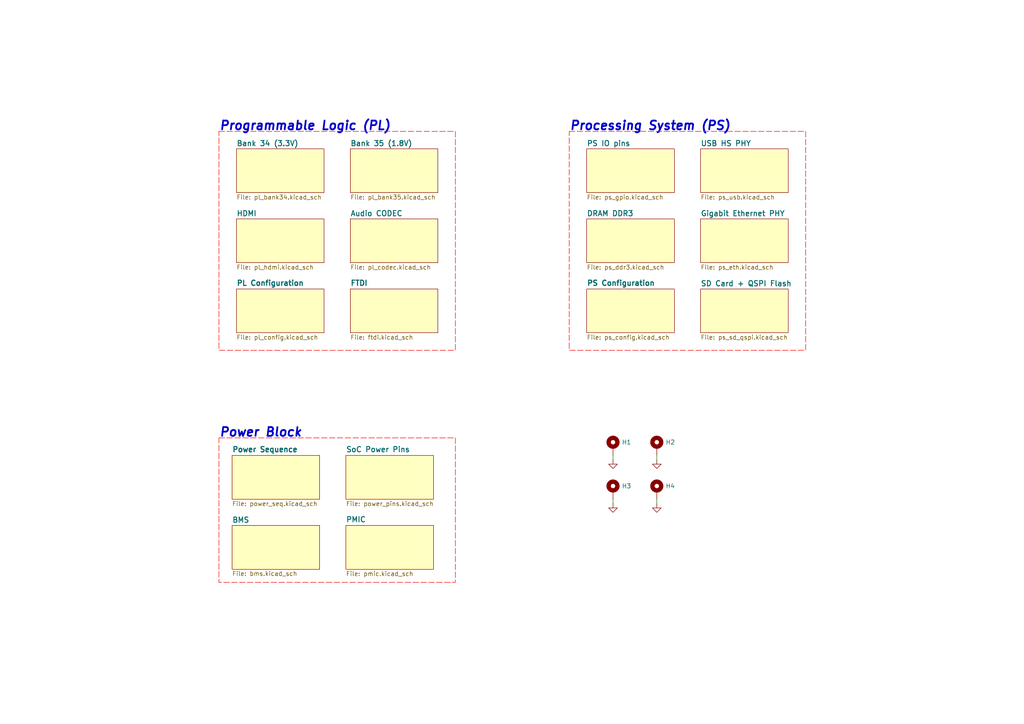
<source format=kicad_sch>
(kicad_sch (version 20250114) (generator "eeschema") (generator_version "9.0")
  (paper "A4")
  (title_block (title "FPGA Zynq7000 Dev Board") (date "2025-07-10") (rev "A"))
  (lib_symbols
    (symbol "Mechanical:MountingHole_Pad" (pin_numbers (hide yes)) (pin_names (offset 1.016) (hide yes)) (in_bom no)
      (property "Reference" "H" (at 0 6.35 0))
      (property "Value" "MountingHole_Pad" (at 0 4.445 0))
      (symbol "MountingHole_Pad_0_1"
        (circle (center 0 1.27) (radius 1.27) (stroke (width 1.27)))
      )
      (symbol "MountingHole_Pad_1_1"
        (pin input line (at 0 -2.54 90) (length 2.54) (name "1") (number "1"))
      )
    )
    (symbol "power:GND" (power) (pin_numbers (hide yes)) (pin_names (offset 0) (hide yes))
      (property "Value" "GND" (at 0 -3.81 0))
      (symbol "GND_0_1"
        (polyline (pts (xy 0 0) (xy 0 -1.27) (xy 1.27 -1.27) (xy 0 -2.54) (xy -1.27 -1.27) (xy 0 -1.27)))
      )
      (symbol "GND_1_1"
        (pin power_in line (at 0 0 270) (length 0) (name "~") (number "1"))
      )
    )
  )
  (rectangle (start 63.5 38.1) (end 132.08 101.6) (stroke (width 0) (type dash) (color 255 0 0 1)))
  (rectangle (start 165.1 38.1) (end 233.68 101.6) (stroke (width 0) (type dash) (color 255 0 0 1)))
  (rectangle (start 63.5 127) (end 132.08 168.91) (stroke (width 0) (type dash) (color 255 0 0 1)))
  (text "Programmable Logic (PL)" (at 63.5 38.1 0) (effects (font (size 2.54 2.54) (thickness 0.508) (bold yes) (italic yes)) (justify left bottom)))
  (text "Processing System (PS)" (at 165.1 38.1 0) (effects (font (size 2.54 2.54) (thickness 0.508) (bold yes) (italic yes)) (justify left bottom)))
  (text "Power Block" (at 63.5 127 0) (effects (font (size 2.54 2.54) (thickness 0.508) (bold yes) (italic yes)) (justify left bottom)))
  (wire (pts (xy 190.5 132.08) (xy 190.5 133.35)))
  (wire (pts (xy 177.8 132.08) (xy 177.8 133.35)))
  (wire (pts (xy 190.5 144.78) (xy 190.5 146.05)))
  (wire (pts (xy 177.8 144.78) (xy 177.8 146.05)))
  (symbol (lib_id "power:GND") (at 190.5 146.05 0) (unit 1)
    (property "Reference" "#PWR04" (effects (hide yes)))
    (property "Value" "GND" (effects (hide yes)))
    (property "Description" "Power symbol creates a global label with name \"GND\" , ground" (effects (hide yes)))
  )
  (symbol (lib_id "Mechanical:MountingHole_Pad") (at 177.8 142.24 0) (unit 1) (in_bom no)
    (property "Reference" "H3" (at 180.34 140.97 0) (effects (justify left)))
    (property "Value" "MountingHole_Pad" (effects (hide yes)))
    (property "Footprint" "MountingHole:MountingHole_3mm_Pad_Via" (effects (hide yes)))
    (property "Description" "Mounting Hole with connection" (effects (hide yes)))
  )
  (symbol (lib_id "Mechanical:MountingHole_Pad") (at 190.5 142.24 0) (unit 1) (in_bom no)
    (property "Reference" "H4" (at 193.04 140.97 0) (effects (justify left)))
    (property "Value" "MountingHole_Pad" (effects (hide yes)))
    (property "Footprint" "MountingHole:MountingHole_3mm_Pad_Via" (effects (hide yes)))
    (property "Description" "Mounting Hole with connection" (effects (hide yes)))
  )
  (symbol (lib_id "power:GND") (at 177.8 146.05 0) (unit 1)
    (property "Reference" "#PWR03" (effects (hide yes)))
    (property "Value" "GND" (effects (hide yes)))
    (property "Description" "Power symbol creates a global label with name \"GND\" , ground" (effects (hide yes)))
  )
  (symbol (lib_id "Mechanical:MountingHole_Pad") (at 177.8 129.54 0) (unit 1) (in_bom no)
    (property "Reference" "H1" (at 180.34 128.27 0) (effects (justify left)))
    (property "Value" "MountingHole_Pad" (effects (hide yes)))
    (property "Footprint" "MountingHole:MountingHole_3mm_Pad_Via" (effects (hide yes)))
    (property "Description" "Mounting Hole with connection" (effects (hide yes)))
  )
  (symbol (lib_id "power:GND") (at 177.8 133.35 0) (unit 1)
    (property "Reference" "#PWR01" (effects (hide yes)))
    (property "Value" "GND" (effects (hide yes)))
    (property "Description" "Power symbol creates a global label with name \"GND\" , ground" (effects (hide yes)))
  )
  (symbol (lib_id "power:GND") (at 190.5 133.35 0) (unit 1)
    (property "Reference" "#PWR02" (effects (hide yes)))
    (property "Value" "GND" (effects (hide yes)))
    (property "Description" "Power symbol creates a global label with name \"GND\" , ground" (effects (hide yes)))
  )
  (symbol (lib_id "Mechanical:MountingHole_Pad") (at 190.5 129.54 0) (unit 1) (in_bom no)
    (property "Reference" "H2" (at 193.04 128.27 0) (effects (justify left)))
    (property "Value" "MountingHole_Pad" (effects (hide yes)))
    (property "Footprint" "MountingHole:MountingHole_3mm_Pad_Via" (effects (hide yes)))
    (property "Description" "Mounting Hole with connection" (effects (hide yes)))
  )
  (sheet (at 203.2 83.82) (size 25.4 12.7) (stroke (width 0.1524)) (fill (color 255 255 194 1.0000))
    (property "Sheetname" "SD Card + QSPI Flash" (at 203.2 83.1084 0) (effects (font (size 1.524 1.524) (thickness 0.254) (bold yes)) (justify left bottom)))
    (property "Sheetfile" "ps_sd_qspi.kicad_sch" (at 203.2 97.1046 0) (effects (justify left top)))
  )
  (sheet (at 170.18 83.82) (size 25.4 12.7) (stroke (width 0.1524)) (fill (color 255 255 194 1.0000))
    (property "Sheetname" "PS Configuration" (at 170.18 82.9814 0) (effects (font (size 1.524 1.524) (thickness 0.3048) (bold yes)) (justify left bottom)))
    (property "Sheetfile" "ps_config.kicad_sch" (at 170.18 97.1046 0) (effects (justify left top)))
  )
  (sheet (at 203.2 63.5) (size 25.4 12.7) (stroke (width 0.1524)) (fill (color 255 255 194 1.0000))
    (property "Sheetname" "Gigabit Ethernet PHY" (at 203.2 62.7884 0) (effects (font (size 1.524 1.524) (thickness 0.254) (bold yes)) (justify left bottom)))
    (property "Sheetfile" "ps_eth.kicad_sch" (at 203.2 76.7846 0) (effects (justify left top)))
  )
  (sheet (at 68.58 43.18) (size 25.4 12.7) (stroke (width 0.1524)) (fill (color 255 255 194 1.0000))
    (property "Sheetname" "Bank 34 (3.3V)" (at 68.58 42.4684 0) (effects (font (size 1.524 1.524) (thickness 0.254) (bold yes)) (justify left bottom)))
    (property "Sheetfile" "pl_bank34.kicad_sch" (at 68.58 56.4646 0) (effects (justify left top)))
  )
  (sheet (at 203.2 43.18) (size 25.4 12.7) (stroke (width 0.1524)) (fill (color 255 255 194 1.0000))
    (property "Sheetname" "USB HS PHY" (at 203.2 42.4684 0) (effects (font (size 1.524 1.524) (thickness 0.254) (bold yes)) (justify left bottom)))
    (property "Sheetfile" "ps_usb.kicad_sch" (at 203.2 56.4646 0) (effects (justify left top)))
  )
  (sheet (at 100.33 132.08) (size 25.4 12.7) (stroke (width 0.1524)) (fill (color 255 255 194 1.0000))
    (property "Sheetname" "SoC Power Pins" (at 100.33 131.2414 0) (effects (font (size 1.524 1.524) (thickness 0.254) (bold yes)) (justify left bottom)))
    (property "Sheetfile" "power_pins.kicad_sch" (at 100.33 145.3646 0) (effects (justify left top)))
  )
  (sheet (at 101.6 43.18) (size 25.4 12.7) (stroke (width 0.1524)) (fill (color 255 255 194 1.0000))
    (property "Sheetname" "Bank 35 (1.8V)" (at 101.6 42.4684 0) (effects (font (size 1.524 1.524) (thickness 0.254) (bold yes)) (justify left bottom)))
    (property "Sheetfile" "pl_bank35.kicad_sch" (at 101.6 56.4646 0) (effects (justify left top)))
  )
  (sheet (at 170.18 43.18) (size 25.4 12.7) (stroke (width 0.1524)) (fill (color 255 255 194 1.0000))
    (property "Sheetname" "PS IO pins" (at 170.18 42.4684 0) (effects (font (size 1.524 1.524) (thickness 0.254) (bold yes)) (justify left bottom)))
    (property "Sheetfile" "ps_gpio.kicad_sch" (at 170.18 56.4646 0) (effects (justify left top)))
  )
  (sheet (at 67.31 152.4) (size 25.4 12.7) (stroke (width 0.1524)) (fill (color 255 255 194 1.0000))
    (property "Sheetname" "BMS" (at 67.31 151.6884 0) (effects (font (size 1.524 1.524) (thickness 0.254) (bold yes)) (justify left bottom)))
    (property "Sheetfile" "bms.kicad_sch" (at 67.31 166.37 0) (effects (justify left)))
  )
  (sheet (at 67.31 132.08) (size 25.4 12.7) (stroke (width 0.1524)) (fill (color 255 255 194 1.0000))
    (property "Sheetname" "Power Sequence" (at 67.31 131.2414 0) (effects (font (size 1.524 1.524) (thickness 0.3048) (bold yes)) (justify left bottom)))
    (property "Sheetfile" "power_seq.kicad_sch" (at 67.31 145.3646 0) (effects (justify left top)))
  )
  (sheet (at 101.6 63.5) (size 25.4 12.7) (stroke (width 0.1524)) (fill (color 255 255 194 1.0000))
    (property "Sheetname" "Audio CODEC" (at 101.6 62.7884 0) (effects (font (size 1.524 1.524) (thickness 0.254) (bold yes)) (justify left bottom)))
    (property "Sheetfile" "pl_codec.kicad_sch" (at 101.6 76.7846 0) (effects (justify left top)))
  )
  (sheet (at 170.18 63.5) (size 25.4 12.7) (stroke (width 0.1524)) (fill (color 255 255 194 1.0000))
    (property "Sheetname" "DRAM DDR3" (at 170.18 62.7884 0) (effects (font (size 1.524 1.524) (thickness 0.254) (bold yes)) (justify left bottom)))
    (property "Sheetfile" "ps_ddr3.kicad_sch" (at 170.18 76.7846 0) (effects (justify left top)))
  )
  (sheet (at 68.58 83.82) (size 25.4 12.7) (stroke (width 0.1524)) (fill (color 255 255 194 1.0000))
    (property "Sheetname" "PL Configuration" (at 68.58 82.9814 0) (effects (font (size 1.524 1.524) (thickness 0.3048) (bold yes)) (justify left bottom)))
    (property "Sheetfile" "pl_config.kicad_sch" (at 68.58 97.1046 0) (effects (justify left top)))
  )
  (sheet (at 101.6 83.82) (size 25.4 12.7) (stroke (width 0.1524)) (fill (color 255 255 194 1.0000))
    (property "Sheetname" "FTDI" (at 101.6 82.9814 0) (effects (font (size 1.524 1.524) (thickness 0.3048) (bold yes)) (justify left bottom)))
    (property "Sheetfile" "ftdi.kicad_sch" (at 101.6 97.1046 0) (effects (justify left top)))
  )
  (sheet (at 68.58 63.5) (size 25.4 12.7) (stroke (width 0.1524)) (fill (color 255 255 194 1.0000))
    (property "Sheetname" "HDMI" (at 68.58 62.7884 0) (effects (font (size 1.524 1.524) (thickness 0.254) (bold yes)) (justify left bottom)))
    (property "Sheetfile" "pl_hdmi.kicad_sch" (at 68.58 76.7846 0) (effects (justify left top)))
  )
  (sheet (at 100.33 152.4) (size 25.4 12.7) (stroke (width 0.1524)) (fill (color 255 255 194 1.0000))
    (property "Sheetname" "PMIC" (at 100.33 151.5614 0) (effects (font (size 1.524 1.524) (thickness 0.254) (bold yes)) (justify left bottom)))
    (property "Sheetfile" "pmic.kicad_sch" (at 100.33 165.6846 0) (effects (justify left top)))
  )
)
</source>
